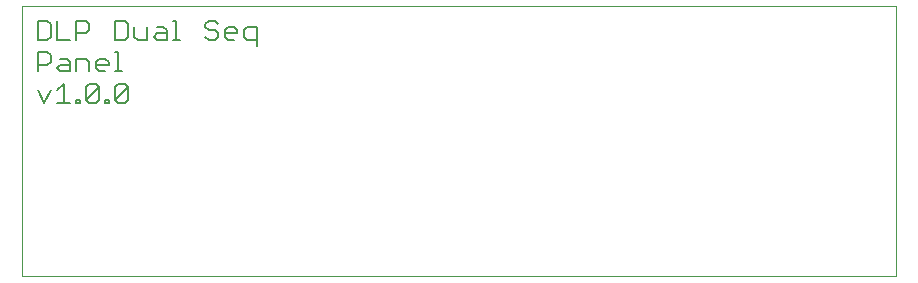
<source format=gbo>
G75*
%MOIN*%
%OFA0B0*%
%FSLAX25Y25*%
%IPPOS*%
%LPD*%
%AMOC8*
5,1,8,0,0,1.08239X$1,22.5*
%
%ADD10C,0.00000*%
%ADD11C,0.00600*%
D10*
X0001000Y0001250D02*
X0001000Y0091211D01*
X0292339Y0091211D01*
X0292339Y0001250D01*
X0001000Y0001250D01*
D11*
X0008435Y0059050D02*
X0010570Y0063320D01*
X0012745Y0063320D02*
X0014881Y0065455D01*
X0014881Y0059050D01*
X0017016Y0059050D02*
X0012745Y0059050D01*
X0008435Y0059050D02*
X0006300Y0063320D01*
X0019191Y0060118D02*
X0019191Y0059050D01*
X0020259Y0059050D01*
X0020259Y0060118D01*
X0019191Y0060118D01*
X0022414Y0060118D02*
X0026684Y0064388D01*
X0026684Y0060118D01*
X0025616Y0059050D01*
X0023481Y0059050D01*
X0022414Y0060118D01*
X0022414Y0064388D01*
X0023481Y0065455D01*
X0025616Y0065455D01*
X0026684Y0064388D01*
X0032082Y0064388D02*
X0033150Y0065455D01*
X0035285Y0065455D01*
X0036352Y0064388D01*
X0032082Y0060118D01*
X0033150Y0059050D01*
X0035285Y0059050D01*
X0036352Y0060118D01*
X0036352Y0064388D01*
X0032082Y0064388D02*
X0032082Y0060118D01*
X0029927Y0060118D02*
X0029927Y0059050D01*
X0028859Y0059050D01*
X0028859Y0060118D01*
X0029927Y0060118D01*
X0028839Y0069550D02*
X0026704Y0069550D01*
X0025636Y0070618D01*
X0025636Y0072753D01*
X0026704Y0073820D01*
X0028839Y0073820D01*
X0029907Y0072753D01*
X0029907Y0071685D01*
X0025636Y0071685D01*
X0023461Y0072753D02*
X0023461Y0069550D01*
X0019191Y0069550D02*
X0019191Y0073820D01*
X0022394Y0073820D01*
X0023461Y0072753D01*
X0017016Y0072753D02*
X0015948Y0073820D01*
X0013813Y0073820D01*
X0010570Y0074888D02*
X0010570Y0072753D01*
X0009503Y0071685D01*
X0006300Y0071685D01*
X0006300Y0069550D02*
X0006300Y0075955D01*
X0009503Y0075955D01*
X0010570Y0074888D01*
X0017016Y0072753D02*
X0017016Y0069550D01*
X0013813Y0069550D01*
X0012745Y0070618D01*
X0013813Y0071685D01*
X0017016Y0071685D01*
X0032082Y0069550D02*
X0034217Y0069550D01*
X0033150Y0069550D02*
X0033150Y0075955D01*
X0032082Y0075955D01*
X0032082Y0080050D02*
X0035285Y0080050D01*
X0036352Y0081118D01*
X0036352Y0085388D01*
X0035285Y0086455D01*
X0032082Y0086455D01*
X0032082Y0080050D01*
X0038527Y0081118D02*
X0039595Y0080050D01*
X0042798Y0080050D01*
X0042798Y0084320D01*
X0046041Y0084320D02*
X0048176Y0084320D01*
X0049243Y0083253D01*
X0049243Y0080050D01*
X0046041Y0080050D01*
X0044973Y0081118D01*
X0046041Y0082185D01*
X0049243Y0082185D01*
X0051418Y0080050D02*
X0053554Y0080050D01*
X0052486Y0080050D02*
X0052486Y0086455D01*
X0051418Y0086455D01*
X0062161Y0085388D02*
X0062161Y0084320D01*
X0063229Y0083253D01*
X0065364Y0083253D01*
X0066431Y0082185D01*
X0066431Y0081118D01*
X0065364Y0080050D01*
X0063229Y0080050D01*
X0062161Y0081118D01*
X0068606Y0081118D02*
X0069674Y0080050D01*
X0071809Y0080050D01*
X0068606Y0081118D02*
X0068606Y0083253D01*
X0069674Y0084320D01*
X0071809Y0084320D01*
X0072877Y0083253D01*
X0072877Y0082185D01*
X0068606Y0082185D01*
X0075052Y0081118D02*
X0076120Y0080050D01*
X0079322Y0080050D01*
X0079322Y0077915D02*
X0079322Y0084320D01*
X0076120Y0084320D01*
X0075052Y0083253D01*
X0075052Y0081118D01*
X0066431Y0085388D02*
X0065364Y0086455D01*
X0063229Y0086455D01*
X0062161Y0085388D01*
X0038527Y0084320D02*
X0038527Y0081118D01*
X0023461Y0083253D02*
X0022394Y0082185D01*
X0019191Y0082185D01*
X0023461Y0083253D02*
X0023461Y0085388D01*
X0022394Y0086455D01*
X0019191Y0086455D01*
X0019191Y0080050D01*
X0017016Y0080050D02*
X0012745Y0080050D01*
X0012745Y0086455D01*
X0010570Y0085388D02*
X0009503Y0086455D01*
X0006300Y0086455D01*
X0006300Y0080050D01*
X0009503Y0080050D01*
X0010570Y0081118D01*
X0010570Y0085388D01*
M02*

</source>
